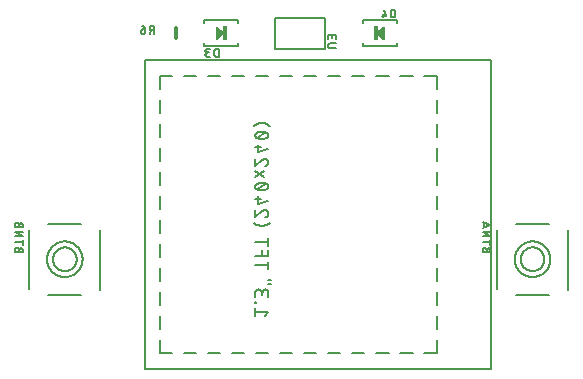
<source format=gbr>
G04 EAGLE Gerber RS-274X export*
G75*
%MOMM*%
%FSLAX34Y34*%
%LPD*%
%INSilkscreen Bottom*%
%IPPOS*%
%AMOC8*
5,1,8,0,0,1.08239X$1,22.5*%
G01*
%ADD10C,0.203200*%
%ADD11C,0.152400*%
%ADD12C,0.127000*%
%ADD13R,0.300000X1.200000*%
%ADD14C,0.304800*%

G36*
X189566Y395756D02*
X189566Y395756D01*
X189594Y395755D01*
X189686Y395782D01*
X189780Y395802D01*
X189804Y395816D01*
X189830Y395824D01*
X189972Y395913D01*
X196052Y400723D01*
X196125Y400803D01*
X196201Y400879D01*
X196208Y400893D01*
X196218Y400905D01*
X196262Y401004D01*
X196309Y401100D01*
X196311Y401116D01*
X196317Y401130D01*
X196327Y401237D01*
X196341Y401344D01*
X196338Y401359D01*
X196339Y401375D01*
X196314Y401480D01*
X196293Y401585D01*
X196286Y401599D01*
X196282Y401614D01*
X196225Y401705D01*
X196172Y401799D01*
X196158Y401812D01*
X196152Y401823D01*
X196129Y401842D01*
X196052Y401917D01*
X189972Y406727D01*
X189948Y406740D01*
X189928Y406760D01*
X189841Y406800D01*
X189757Y406846D01*
X189730Y406851D01*
X189705Y406863D01*
X189610Y406874D01*
X189515Y406891D01*
X189488Y406887D01*
X189461Y406890D01*
X189367Y406870D01*
X189272Y406856D01*
X189247Y406844D01*
X189220Y406838D01*
X189138Y406789D01*
X189052Y406746D01*
X189033Y406726D01*
X189009Y406712D01*
X188947Y406639D01*
X188879Y406571D01*
X188867Y406546D01*
X188849Y406525D01*
X188813Y406436D01*
X188771Y406350D01*
X188768Y406322D01*
X188757Y406297D01*
X188739Y406130D01*
X188739Y396510D01*
X188743Y396483D01*
X188741Y396455D01*
X188763Y396362D01*
X188779Y396267D01*
X188791Y396243D01*
X188798Y396216D01*
X188849Y396134D01*
X188894Y396050D01*
X188914Y396031D01*
X188928Y396007D01*
X189002Y395947D01*
X189072Y395881D01*
X189097Y395869D01*
X189118Y395851D01*
X189208Y395817D01*
X189295Y395777D01*
X189322Y395774D01*
X189348Y395764D01*
X189444Y395760D01*
X189539Y395750D01*
X189566Y395756D01*
G37*
G36*
X331212Y395753D02*
X331212Y395753D01*
X331239Y395750D01*
X331333Y395770D01*
X331428Y395784D01*
X331453Y395796D01*
X331480Y395802D01*
X331562Y395851D01*
X331648Y395894D01*
X331667Y395914D01*
X331691Y395928D01*
X331753Y396001D01*
X331821Y396069D01*
X331833Y396094D01*
X331851Y396115D01*
X331887Y396204D01*
X331929Y396290D01*
X331932Y396318D01*
X331943Y396343D01*
X331961Y396510D01*
X331961Y406130D01*
X331957Y406157D01*
X331959Y406185D01*
X331937Y406278D01*
X331922Y406373D01*
X331909Y406397D01*
X331902Y406424D01*
X331851Y406506D01*
X331806Y406590D01*
X331786Y406609D01*
X331772Y406633D01*
X331698Y406694D01*
X331628Y406760D01*
X331603Y406771D01*
X331582Y406789D01*
X331492Y406823D01*
X331405Y406863D01*
X331378Y406866D01*
X331352Y406876D01*
X331256Y406880D01*
X331161Y406890D01*
X331134Y406884D01*
X331106Y406885D01*
X331014Y406858D01*
X330920Y406838D01*
X330896Y406824D01*
X330870Y406816D01*
X330728Y406727D01*
X324648Y401917D01*
X324575Y401837D01*
X324499Y401761D01*
X324493Y401747D01*
X324482Y401735D01*
X324438Y401636D01*
X324391Y401540D01*
X324389Y401524D01*
X324383Y401510D01*
X324373Y401403D01*
X324359Y401296D01*
X324362Y401281D01*
X324361Y401265D01*
X324386Y401160D01*
X324407Y401055D01*
X324414Y401041D01*
X324418Y401026D01*
X324475Y400935D01*
X324528Y400841D01*
X324542Y400828D01*
X324548Y400817D01*
X324571Y400798D01*
X324648Y400723D01*
X330728Y395913D01*
X330752Y395900D01*
X330772Y395881D01*
X330859Y395840D01*
X330943Y395794D01*
X330970Y395789D01*
X330995Y395777D01*
X331090Y395766D01*
X331185Y395749D01*
X331212Y395753D01*
G37*
D10*
X427000Y235000D02*
X427000Y185000D01*
X487000Y184000D02*
X487000Y235000D01*
X471000Y240000D02*
X443000Y240000D01*
X443000Y180000D02*
X471000Y180000D01*
X441967Y210000D02*
X441972Y210369D01*
X441985Y210738D01*
X442008Y211106D01*
X442039Y211473D01*
X442080Y211840D01*
X442130Y212206D01*
X442188Y212570D01*
X442256Y212933D01*
X442332Y213294D01*
X442418Y213653D01*
X442512Y214009D01*
X442614Y214364D01*
X442726Y214716D01*
X442846Y215064D01*
X442974Y215410D01*
X443111Y215753D01*
X443257Y216092D01*
X443410Y216427D01*
X443572Y216759D01*
X443742Y217087D01*
X443920Y217410D01*
X444106Y217729D01*
X444299Y218043D01*
X444501Y218352D01*
X444709Y218656D01*
X444925Y218955D01*
X445149Y219249D01*
X445379Y219537D01*
X445617Y219819D01*
X445861Y220096D01*
X446112Y220366D01*
X446370Y220630D01*
X446634Y220888D01*
X446904Y221139D01*
X447181Y221383D01*
X447463Y221621D01*
X447751Y221851D01*
X448045Y222075D01*
X448344Y222291D01*
X448648Y222499D01*
X448957Y222701D01*
X449271Y222894D01*
X449590Y223080D01*
X449913Y223258D01*
X450241Y223428D01*
X450573Y223590D01*
X450908Y223743D01*
X451247Y223889D01*
X451590Y224026D01*
X451936Y224154D01*
X452284Y224274D01*
X452636Y224386D01*
X452991Y224488D01*
X453347Y224582D01*
X453706Y224668D01*
X454067Y224744D01*
X454430Y224812D01*
X454794Y224870D01*
X455160Y224920D01*
X455527Y224961D01*
X455894Y224992D01*
X456262Y225015D01*
X456631Y225028D01*
X457000Y225033D01*
X457369Y225028D01*
X457738Y225015D01*
X458106Y224992D01*
X458473Y224961D01*
X458840Y224920D01*
X459206Y224870D01*
X459570Y224812D01*
X459933Y224744D01*
X460294Y224668D01*
X460653Y224582D01*
X461009Y224488D01*
X461364Y224386D01*
X461716Y224274D01*
X462064Y224154D01*
X462410Y224026D01*
X462753Y223889D01*
X463092Y223743D01*
X463427Y223590D01*
X463759Y223428D01*
X464087Y223258D01*
X464410Y223080D01*
X464729Y222894D01*
X465043Y222701D01*
X465352Y222499D01*
X465656Y222291D01*
X465955Y222075D01*
X466249Y221851D01*
X466537Y221621D01*
X466819Y221383D01*
X467096Y221139D01*
X467366Y220888D01*
X467630Y220630D01*
X467888Y220366D01*
X468139Y220096D01*
X468383Y219819D01*
X468621Y219537D01*
X468851Y219249D01*
X469075Y218955D01*
X469291Y218656D01*
X469499Y218352D01*
X469701Y218043D01*
X469894Y217729D01*
X470080Y217410D01*
X470258Y217087D01*
X470428Y216759D01*
X470590Y216427D01*
X470743Y216092D01*
X470889Y215753D01*
X471026Y215410D01*
X471154Y215064D01*
X471274Y214716D01*
X471386Y214364D01*
X471488Y214009D01*
X471582Y213653D01*
X471668Y213294D01*
X471744Y212933D01*
X471812Y212570D01*
X471870Y212206D01*
X471920Y211840D01*
X471961Y211473D01*
X471992Y211106D01*
X472015Y210738D01*
X472028Y210369D01*
X472033Y210000D01*
X472028Y209631D01*
X472015Y209262D01*
X471992Y208894D01*
X471961Y208527D01*
X471920Y208160D01*
X471870Y207794D01*
X471812Y207430D01*
X471744Y207067D01*
X471668Y206706D01*
X471582Y206347D01*
X471488Y205991D01*
X471386Y205636D01*
X471274Y205284D01*
X471154Y204936D01*
X471026Y204590D01*
X470889Y204247D01*
X470743Y203908D01*
X470590Y203573D01*
X470428Y203241D01*
X470258Y202913D01*
X470080Y202590D01*
X469894Y202271D01*
X469701Y201957D01*
X469499Y201648D01*
X469291Y201344D01*
X469075Y201045D01*
X468851Y200751D01*
X468621Y200463D01*
X468383Y200181D01*
X468139Y199904D01*
X467888Y199634D01*
X467630Y199370D01*
X467366Y199112D01*
X467096Y198861D01*
X466819Y198617D01*
X466537Y198379D01*
X466249Y198149D01*
X465955Y197925D01*
X465656Y197709D01*
X465352Y197501D01*
X465043Y197299D01*
X464729Y197106D01*
X464410Y196920D01*
X464087Y196742D01*
X463759Y196572D01*
X463427Y196410D01*
X463092Y196257D01*
X462753Y196111D01*
X462410Y195974D01*
X462064Y195846D01*
X461716Y195726D01*
X461364Y195614D01*
X461009Y195512D01*
X460653Y195418D01*
X460294Y195332D01*
X459933Y195256D01*
X459570Y195188D01*
X459206Y195130D01*
X458840Y195080D01*
X458473Y195039D01*
X458106Y195008D01*
X457738Y194985D01*
X457369Y194972D01*
X457000Y194967D01*
X456631Y194972D01*
X456262Y194985D01*
X455894Y195008D01*
X455527Y195039D01*
X455160Y195080D01*
X454794Y195130D01*
X454430Y195188D01*
X454067Y195256D01*
X453706Y195332D01*
X453347Y195418D01*
X452991Y195512D01*
X452636Y195614D01*
X452284Y195726D01*
X451936Y195846D01*
X451590Y195974D01*
X451247Y196111D01*
X450908Y196257D01*
X450573Y196410D01*
X450241Y196572D01*
X449913Y196742D01*
X449590Y196920D01*
X449271Y197106D01*
X448957Y197299D01*
X448648Y197501D01*
X448344Y197709D01*
X448045Y197925D01*
X447751Y198149D01*
X447463Y198379D01*
X447181Y198617D01*
X446904Y198861D01*
X446634Y199112D01*
X446370Y199370D01*
X446112Y199634D01*
X445861Y199904D01*
X445617Y200181D01*
X445379Y200463D01*
X445149Y200751D01*
X444925Y201045D01*
X444709Y201344D01*
X444501Y201648D01*
X444299Y201957D01*
X444106Y202271D01*
X443920Y202590D01*
X443742Y202913D01*
X443572Y203241D01*
X443410Y203573D01*
X443257Y203908D01*
X443111Y204247D01*
X442974Y204590D01*
X442846Y204936D01*
X442726Y205284D01*
X442614Y205636D01*
X442512Y205991D01*
X442418Y206347D01*
X442332Y206706D01*
X442256Y207067D01*
X442188Y207430D01*
X442130Y207794D01*
X442080Y208160D01*
X442039Y208527D01*
X442008Y208894D01*
X441985Y209262D01*
X441972Y209631D01*
X441967Y210000D01*
X447000Y210000D02*
X447003Y210245D01*
X447012Y210491D01*
X447027Y210736D01*
X447048Y210980D01*
X447075Y211224D01*
X447108Y211467D01*
X447147Y211710D01*
X447192Y211951D01*
X447243Y212191D01*
X447300Y212430D01*
X447362Y212667D01*
X447431Y212903D01*
X447505Y213137D01*
X447585Y213369D01*
X447670Y213599D01*
X447761Y213827D01*
X447858Y214052D01*
X447960Y214276D01*
X448068Y214496D01*
X448181Y214714D01*
X448299Y214929D01*
X448423Y215141D01*
X448551Y215350D01*
X448685Y215556D01*
X448824Y215758D01*
X448968Y215957D01*
X449117Y216152D01*
X449270Y216344D01*
X449428Y216532D01*
X449590Y216716D01*
X449758Y216895D01*
X449929Y217071D01*
X450105Y217242D01*
X450284Y217410D01*
X450468Y217572D01*
X450656Y217730D01*
X450848Y217883D01*
X451043Y218032D01*
X451242Y218176D01*
X451444Y218315D01*
X451650Y218449D01*
X451859Y218577D01*
X452071Y218701D01*
X452286Y218819D01*
X452504Y218932D01*
X452724Y219040D01*
X452948Y219142D01*
X453173Y219239D01*
X453401Y219330D01*
X453631Y219415D01*
X453863Y219495D01*
X454097Y219569D01*
X454333Y219638D01*
X454570Y219700D01*
X454809Y219757D01*
X455049Y219808D01*
X455290Y219853D01*
X455533Y219892D01*
X455776Y219925D01*
X456020Y219952D01*
X456264Y219973D01*
X456509Y219988D01*
X456755Y219997D01*
X457000Y220000D01*
X457245Y219997D01*
X457491Y219988D01*
X457736Y219973D01*
X457980Y219952D01*
X458224Y219925D01*
X458467Y219892D01*
X458710Y219853D01*
X458951Y219808D01*
X459191Y219757D01*
X459430Y219700D01*
X459667Y219638D01*
X459903Y219569D01*
X460137Y219495D01*
X460369Y219415D01*
X460599Y219330D01*
X460827Y219239D01*
X461052Y219142D01*
X461276Y219040D01*
X461496Y218932D01*
X461714Y218819D01*
X461929Y218701D01*
X462141Y218577D01*
X462350Y218449D01*
X462556Y218315D01*
X462758Y218176D01*
X462957Y218032D01*
X463152Y217883D01*
X463344Y217730D01*
X463532Y217572D01*
X463716Y217410D01*
X463895Y217242D01*
X464071Y217071D01*
X464242Y216895D01*
X464410Y216716D01*
X464572Y216532D01*
X464730Y216344D01*
X464883Y216152D01*
X465032Y215957D01*
X465176Y215758D01*
X465315Y215556D01*
X465449Y215350D01*
X465577Y215141D01*
X465701Y214929D01*
X465819Y214714D01*
X465932Y214496D01*
X466040Y214276D01*
X466142Y214052D01*
X466239Y213827D01*
X466330Y213599D01*
X466415Y213369D01*
X466495Y213137D01*
X466569Y212903D01*
X466638Y212667D01*
X466700Y212430D01*
X466757Y212191D01*
X466808Y211951D01*
X466853Y211710D01*
X466892Y211467D01*
X466925Y211224D01*
X466952Y210980D01*
X466973Y210736D01*
X466988Y210491D01*
X466997Y210245D01*
X467000Y210000D01*
X466997Y209755D01*
X466988Y209509D01*
X466973Y209264D01*
X466952Y209020D01*
X466925Y208776D01*
X466892Y208533D01*
X466853Y208290D01*
X466808Y208049D01*
X466757Y207809D01*
X466700Y207570D01*
X466638Y207333D01*
X466569Y207097D01*
X466495Y206863D01*
X466415Y206631D01*
X466330Y206401D01*
X466239Y206173D01*
X466142Y205948D01*
X466040Y205724D01*
X465932Y205504D01*
X465819Y205286D01*
X465701Y205071D01*
X465577Y204859D01*
X465449Y204650D01*
X465315Y204444D01*
X465176Y204242D01*
X465032Y204043D01*
X464883Y203848D01*
X464730Y203656D01*
X464572Y203468D01*
X464410Y203284D01*
X464242Y203105D01*
X464071Y202929D01*
X463895Y202758D01*
X463716Y202590D01*
X463532Y202428D01*
X463344Y202270D01*
X463152Y202117D01*
X462957Y201968D01*
X462758Y201824D01*
X462556Y201685D01*
X462350Y201551D01*
X462141Y201423D01*
X461929Y201299D01*
X461714Y201181D01*
X461496Y201068D01*
X461276Y200960D01*
X461052Y200858D01*
X460827Y200761D01*
X460599Y200670D01*
X460369Y200585D01*
X460137Y200505D01*
X459903Y200431D01*
X459667Y200362D01*
X459430Y200300D01*
X459191Y200243D01*
X458951Y200192D01*
X458710Y200147D01*
X458467Y200108D01*
X458224Y200075D01*
X457980Y200048D01*
X457736Y200027D01*
X457491Y200012D01*
X457245Y200003D01*
X457000Y200000D01*
X456755Y200003D01*
X456509Y200012D01*
X456264Y200027D01*
X456020Y200048D01*
X455776Y200075D01*
X455533Y200108D01*
X455290Y200147D01*
X455049Y200192D01*
X454809Y200243D01*
X454570Y200300D01*
X454333Y200362D01*
X454097Y200431D01*
X453863Y200505D01*
X453631Y200585D01*
X453401Y200670D01*
X453173Y200761D01*
X452948Y200858D01*
X452724Y200960D01*
X452504Y201068D01*
X452286Y201181D01*
X452071Y201299D01*
X451859Y201423D01*
X451650Y201551D01*
X451444Y201685D01*
X451242Y201824D01*
X451043Y201968D01*
X450848Y202117D01*
X450656Y202270D01*
X450468Y202428D01*
X450284Y202590D01*
X450105Y202758D01*
X449929Y202929D01*
X449758Y203105D01*
X449590Y203284D01*
X449428Y203468D01*
X449270Y203656D01*
X449117Y203848D01*
X448968Y204043D01*
X448824Y204242D01*
X448685Y204444D01*
X448551Y204650D01*
X448423Y204859D01*
X448299Y205071D01*
X448181Y205286D01*
X448068Y205504D01*
X447960Y205724D01*
X447858Y205948D01*
X447761Y206173D01*
X447670Y206401D01*
X447585Y206631D01*
X447505Y206863D01*
X447431Y207097D01*
X447362Y207333D01*
X447300Y207570D01*
X447243Y207809D01*
X447192Y208049D01*
X447147Y208290D01*
X447108Y208533D01*
X447075Y208776D01*
X447048Y209020D01*
X447027Y209264D01*
X447012Y209509D01*
X447003Y209755D01*
X447000Y210000D01*
D11*
X418303Y215919D02*
X418303Y217754D01*
X418302Y217754D02*
X418300Y217839D01*
X418294Y217923D01*
X418284Y218007D01*
X418271Y218091D01*
X418253Y218174D01*
X418232Y218256D01*
X418207Y218337D01*
X418178Y218417D01*
X418146Y218495D01*
X418110Y218571D01*
X418070Y218646D01*
X418027Y218719D01*
X417981Y218790D01*
X417932Y218859D01*
X417879Y218926D01*
X417823Y218990D01*
X417765Y219051D01*
X417704Y219109D01*
X417640Y219165D01*
X417573Y219218D01*
X417504Y219267D01*
X417433Y219313D01*
X417360Y219356D01*
X417285Y219396D01*
X417209Y219432D01*
X417131Y219464D01*
X417051Y219493D01*
X416970Y219518D01*
X416888Y219539D01*
X416805Y219557D01*
X416721Y219570D01*
X416637Y219580D01*
X416553Y219586D01*
X416468Y219588D01*
X416383Y219586D01*
X416299Y219580D01*
X416215Y219570D01*
X416131Y219557D01*
X416048Y219539D01*
X415966Y219518D01*
X415885Y219493D01*
X415805Y219464D01*
X415727Y219432D01*
X415651Y219396D01*
X415576Y219356D01*
X415503Y219313D01*
X415432Y219267D01*
X415363Y219218D01*
X415296Y219165D01*
X415232Y219109D01*
X415171Y219051D01*
X415113Y218990D01*
X415057Y218926D01*
X415004Y218859D01*
X414955Y218790D01*
X414909Y218719D01*
X414866Y218646D01*
X414826Y218571D01*
X414790Y218495D01*
X414758Y218417D01*
X414729Y218337D01*
X414704Y218256D01*
X414683Y218174D01*
X414665Y218091D01*
X414652Y218007D01*
X414642Y217923D01*
X414636Y217839D01*
X414634Y217754D01*
X414634Y215919D01*
X421238Y215919D01*
X421238Y217754D01*
X421236Y217830D01*
X421230Y217905D01*
X421221Y217980D01*
X421207Y218054D01*
X421190Y218128D01*
X421168Y218200D01*
X421144Y218272D01*
X421115Y218342D01*
X421083Y218410D01*
X421048Y218477D01*
X421009Y218542D01*
X420966Y218605D01*
X420921Y218665D01*
X420873Y218723D01*
X420821Y218779D01*
X420767Y218831D01*
X420710Y218881D01*
X420651Y218928D01*
X420590Y218972D01*
X420526Y219013D01*
X420460Y219050D01*
X420392Y219084D01*
X420323Y219114D01*
X420252Y219141D01*
X420180Y219164D01*
X420107Y219183D01*
X420033Y219198D01*
X419958Y219210D01*
X419883Y219218D01*
X419808Y219222D01*
X419732Y219222D01*
X419657Y219218D01*
X419582Y219210D01*
X419507Y219198D01*
X419433Y219183D01*
X419360Y219164D01*
X419288Y219141D01*
X419217Y219114D01*
X419148Y219084D01*
X419080Y219050D01*
X419014Y219013D01*
X418950Y218972D01*
X418889Y218928D01*
X418830Y218881D01*
X418773Y218831D01*
X418719Y218779D01*
X418667Y218723D01*
X418619Y218665D01*
X418574Y218605D01*
X418531Y218542D01*
X418492Y218477D01*
X418457Y218410D01*
X418425Y218342D01*
X418396Y218272D01*
X418372Y218200D01*
X418350Y218128D01*
X418333Y218054D01*
X418319Y217980D01*
X418310Y217905D01*
X418304Y217830D01*
X418302Y217754D01*
X421238Y224156D02*
X414634Y224156D01*
X421238Y222322D02*
X421238Y225991D01*
X421238Y229393D02*
X414634Y229393D01*
X414634Y233062D02*
X421238Y229393D01*
X421238Y233062D02*
X414634Y233062D01*
X414634Y236585D02*
X421238Y238787D01*
X414634Y240988D01*
X416285Y240438D02*
X416285Y237136D01*
D10*
X31000Y235000D02*
X31000Y185000D01*
X91000Y184000D02*
X91000Y235000D01*
X75000Y240000D02*
X47000Y240000D01*
X47000Y180000D02*
X75000Y180000D01*
X45967Y210000D02*
X45972Y210369D01*
X45985Y210738D01*
X46008Y211106D01*
X46039Y211473D01*
X46080Y211840D01*
X46130Y212206D01*
X46188Y212570D01*
X46256Y212933D01*
X46332Y213294D01*
X46418Y213653D01*
X46512Y214009D01*
X46614Y214364D01*
X46726Y214716D01*
X46846Y215064D01*
X46974Y215410D01*
X47111Y215753D01*
X47257Y216092D01*
X47410Y216427D01*
X47572Y216759D01*
X47742Y217087D01*
X47920Y217410D01*
X48106Y217729D01*
X48299Y218043D01*
X48501Y218352D01*
X48709Y218656D01*
X48925Y218955D01*
X49149Y219249D01*
X49379Y219537D01*
X49617Y219819D01*
X49861Y220096D01*
X50112Y220366D01*
X50370Y220630D01*
X50634Y220888D01*
X50904Y221139D01*
X51181Y221383D01*
X51463Y221621D01*
X51751Y221851D01*
X52045Y222075D01*
X52344Y222291D01*
X52648Y222499D01*
X52957Y222701D01*
X53271Y222894D01*
X53590Y223080D01*
X53913Y223258D01*
X54241Y223428D01*
X54573Y223590D01*
X54908Y223743D01*
X55247Y223889D01*
X55590Y224026D01*
X55936Y224154D01*
X56284Y224274D01*
X56636Y224386D01*
X56991Y224488D01*
X57347Y224582D01*
X57706Y224668D01*
X58067Y224744D01*
X58430Y224812D01*
X58794Y224870D01*
X59160Y224920D01*
X59527Y224961D01*
X59894Y224992D01*
X60262Y225015D01*
X60631Y225028D01*
X61000Y225033D01*
X61369Y225028D01*
X61738Y225015D01*
X62106Y224992D01*
X62473Y224961D01*
X62840Y224920D01*
X63206Y224870D01*
X63570Y224812D01*
X63933Y224744D01*
X64294Y224668D01*
X64653Y224582D01*
X65009Y224488D01*
X65364Y224386D01*
X65716Y224274D01*
X66064Y224154D01*
X66410Y224026D01*
X66753Y223889D01*
X67092Y223743D01*
X67427Y223590D01*
X67759Y223428D01*
X68087Y223258D01*
X68410Y223080D01*
X68729Y222894D01*
X69043Y222701D01*
X69352Y222499D01*
X69656Y222291D01*
X69955Y222075D01*
X70249Y221851D01*
X70537Y221621D01*
X70819Y221383D01*
X71096Y221139D01*
X71366Y220888D01*
X71630Y220630D01*
X71888Y220366D01*
X72139Y220096D01*
X72383Y219819D01*
X72621Y219537D01*
X72851Y219249D01*
X73075Y218955D01*
X73291Y218656D01*
X73499Y218352D01*
X73701Y218043D01*
X73894Y217729D01*
X74080Y217410D01*
X74258Y217087D01*
X74428Y216759D01*
X74590Y216427D01*
X74743Y216092D01*
X74889Y215753D01*
X75026Y215410D01*
X75154Y215064D01*
X75274Y214716D01*
X75386Y214364D01*
X75488Y214009D01*
X75582Y213653D01*
X75668Y213294D01*
X75744Y212933D01*
X75812Y212570D01*
X75870Y212206D01*
X75920Y211840D01*
X75961Y211473D01*
X75992Y211106D01*
X76015Y210738D01*
X76028Y210369D01*
X76033Y210000D01*
X76028Y209631D01*
X76015Y209262D01*
X75992Y208894D01*
X75961Y208527D01*
X75920Y208160D01*
X75870Y207794D01*
X75812Y207430D01*
X75744Y207067D01*
X75668Y206706D01*
X75582Y206347D01*
X75488Y205991D01*
X75386Y205636D01*
X75274Y205284D01*
X75154Y204936D01*
X75026Y204590D01*
X74889Y204247D01*
X74743Y203908D01*
X74590Y203573D01*
X74428Y203241D01*
X74258Y202913D01*
X74080Y202590D01*
X73894Y202271D01*
X73701Y201957D01*
X73499Y201648D01*
X73291Y201344D01*
X73075Y201045D01*
X72851Y200751D01*
X72621Y200463D01*
X72383Y200181D01*
X72139Y199904D01*
X71888Y199634D01*
X71630Y199370D01*
X71366Y199112D01*
X71096Y198861D01*
X70819Y198617D01*
X70537Y198379D01*
X70249Y198149D01*
X69955Y197925D01*
X69656Y197709D01*
X69352Y197501D01*
X69043Y197299D01*
X68729Y197106D01*
X68410Y196920D01*
X68087Y196742D01*
X67759Y196572D01*
X67427Y196410D01*
X67092Y196257D01*
X66753Y196111D01*
X66410Y195974D01*
X66064Y195846D01*
X65716Y195726D01*
X65364Y195614D01*
X65009Y195512D01*
X64653Y195418D01*
X64294Y195332D01*
X63933Y195256D01*
X63570Y195188D01*
X63206Y195130D01*
X62840Y195080D01*
X62473Y195039D01*
X62106Y195008D01*
X61738Y194985D01*
X61369Y194972D01*
X61000Y194967D01*
X60631Y194972D01*
X60262Y194985D01*
X59894Y195008D01*
X59527Y195039D01*
X59160Y195080D01*
X58794Y195130D01*
X58430Y195188D01*
X58067Y195256D01*
X57706Y195332D01*
X57347Y195418D01*
X56991Y195512D01*
X56636Y195614D01*
X56284Y195726D01*
X55936Y195846D01*
X55590Y195974D01*
X55247Y196111D01*
X54908Y196257D01*
X54573Y196410D01*
X54241Y196572D01*
X53913Y196742D01*
X53590Y196920D01*
X53271Y197106D01*
X52957Y197299D01*
X52648Y197501D01*
X52344Y197709D01*
X52045Y197925D01*
X51751Y198149D01*
X51463Y198379D01*
X51181Y198617D01*
X50904Y198861D01*
X50634Y199112D01*
X50370Y199370D01*
X50112Y199634D01*
X49861Y199904D01*
X49617Y200181D01*
X49379Y200463D01*
X49149Y200751D01*
X48925Y201045D01*
X48709Y201344D01*
X48501Y201648D01*
X48299Y201957D01*
X48106Y202271D01*
X47920Y202590D01*
X47742Y202913D01*
X47572Y203241D01*
X47410Y203573D01*
X47257Y203908D01*
X47111Y204247D01*
X46974Y204590D01*
X46846Y204936D01*
X46726Y205284D01*
X46614Y205636D01*
X46512Y205991D01*
X46418Y206347D01*
X46332Y206706D01*
X46256Y207067D01*
X46188Y207430D01*
X46130Y207794D01*
X46080Y208160D01*
X46039Y208527D01*
X46008Y208894D01*
X45985Y209262D01*
X45972Y209631D01*
X45967Y210000D01*
X51000Y210000D02*
X51003Y210245D01*
X51012Y210491D01*
X51027Y210736D01*
X51048Y210980D01*
X51075Y211224D01*
X51108Y211467D01*
X51147Y211710D01*
X51192Y211951D01*
X51243Y212191D01*
X51300Y212430D01*
X51362Y212667D01*
X51431Y212903D01*
X51505Y213137D01*
X51585Y213369D01*
X51670Y213599D01*
X51761Y213827D01*
X51858Y214052D01*
X51960Y214276D01*
X52068Y214496D01*
X52181Y214714D01*
X52299Y214929D01*
X52423Y215141D01*
X52551Y215350D01*
X52685Y215556D01*
X52824Y215758D01*
X52968Y215957D01*
X53117Y216152D01*
X53270Y216344D01*
X53428Y216532D01*
X53590Y216716D01*
X53758Y216895D01*
X53929Y217071D01*
X54105Y217242D01*
X54284Y217410D01*
X54468Y217572D01*
X54656Y217730D01*
X54848Y217883D01*
X55043Y218032D01*
X55242Y218176D01*
X55444Y218315D01*
X55650Y218449D01*
X55859Y218577D01*
X56071Y218701D01*
X56286Y218819D01*
X56504Y218932D01*
X56724Y219040D01*
X56948Y219142D01*
X57173Y219239D01*
X57401Y219330D01*
X57631Y219415D01*
X57863Y219495D01*
X58097Y219569D01*
X58333Y219638D01*
X58570Y219700D01*
X58809Y219757D01*
X59049Y219808D01*
X59290Y219853D01*
X59533Y219892D01*
X59776Y219925D01*
X60020Y219952D01*
X60264Y219973D01*
X60509Y219988D01*
X60755Y219997D01*
X61000Y220000D01*
X61245Y219997D01*
X61491Y219988D01*
X61736Y219973D01*
X61980Y219952D01*
X62224Y219925D01*
X62467Y219892D01*
X62710Y219853D01*
X62951Y219808D01*
X63191Y219757D01*
X63430Y219700D01*
X63667Y219638D01*
X63903Y219569D01*
X64137Y219495D01*
X64369Y219415D01*
X64599Y219330D01*
X64827Y219239D01*
X65052Y219142D01*
X65276Y219040D01*
X65496Y218932D01*
X65714Y218819D01*
X65929Y218701D01*
X66141Y218577D01*
X66350Y218449D01*
X66556Y218315D01*
X66758Y218176D01*
X66957Y218032D01*
X67152Y217883D01*
X67344Y217730D01*
X67532Y217572D01*
X67716Y217410D01*
X67895Y217242D01*
X68071Y217071D01*
X68242Y216895D01*
X68410Y216716D01*
X68572Y216532D01*
X68730Y216344D01*
X68883Y216152D01*
X69032Y215957D01*
X69176Y215758D01*
X69315Y215556D01*
X69449Y215350D01*
X69577Y215141D01*
X69701Y214929D01*
X69819Y214714D01*
X69932Y214496D01*
X70040Y214276D01*
X70142Y214052D01*
X70239Y213827D01*
X70330Y213599D01*
X70415Y213369D01*
X70495Y213137D01*
X70569Y212903D01*
X70638Y212667D01*
X70700Y212430D01*
X70757Y212191D01*
X70808Y211951D01*
X70853Y211710D01*
X70892Y211467D01*
X70925Y211224D01*
X70952Y210980D01*
X70973Y210736D01*
X70988Y210491D01*
X70997Y210245D01*
X71000Y210000D01*
X70997Y209755D01*
X70988Y209509D01*
X70973Y209264D01*
X70952Y209020D01*
X70925Y208776D01*
X70892Y208533D01*
X70853Y208290D01*
X70808Y208049D01*
X70757Y207809D01*
X70700Y207570D01*
X70638Y207333D01*
X70569Y207097D01*
X70495Y206863D01*
X70415Y206631D01*
X70330Y206401D01*
X70239Y206173D01*
X70142Y205948D01*
X70040Y205724D01*
X69932Y205504D01*
X69819Y205286D01*
X69701Y205071D01*
X69577Y204859D01*
X69449Y204650D01*
X69315Y204444D01*
X69176Y204242D01*
X69032Y204043D01*
X68883Y203848D01*
X68730Y203656D01*
X68572Y203468D01*
X68410Y203284D01*
X68242Y203105D01*
X68071Y202929D01*
X67895Y202758D01*
X67716Y202590D01*
X67532Y202428D01*
X67344Y202270D01*
X67152Y202117D01*
X66957Y201968D01*
X66758Y201824D01*
X66556Y201685D01*
X66350Y201551D01*
X66141Y201423D01*
X65929Y201299D01*
X65714Y201181D01*
X65496Y201068D01*
X65276Y200960D01*
X65052Y200858D01*
X64827Y200761D01*
X64599Y200670D01*
X64369Y200585D01*
X64137Y200505D01*
X63903Y200431D01*
X63667Y200362D01*
X63430Y200300D01*
X63191Y200243D01*
X62951Y200192D01*
X62710Y200147D01*
X62467Y200108D01*
X62224Y200075D01*
X61980Y200048D01*
X61736Y200027D01*
X61491Y200012D01*
X61245Y200003D01*
X61000Y200000D01*
X60755Y200003D01*
X60509Y200012D01*
X60264Y200027D01*
X60020Y200048D01*
X59776Y200075D01*
X59533Y200108D01*
X59290Y200147D01*
X59049Y200192D01*
X58809Y200243D01*
X58570Y200300D01*
X58333Y200362D01*
X58097Y200431D01*
X57863Y200505D01*
X57631Y200585D01*
X57401Y200670D01*
X57173Y200761D01*
X56948Y200858D01*
X56724Y200960D01*
X56504Y201068D01*
X56286Y201181D01*
X56071Y201299D01*
X55859Y201423D01*
X55650Y201551D01*
X55444Y201685D01*
X55242Y201824D01*
X55043Y201968D01*
X54848Y202117D01*
X54656Y202270D01*
X54468Y202428D01*
X54284Y202590D01*
X54105Y202758D01*
X53929Y202929D01*
X53758Y203105D01*
X53590Y203284D01*
X53428Y203468D01*
X53270Y203656D01*
X53117Y203848D01*
X52968Y204043D01*
X52824Y204242D01*
X52685Y204444D01*
X52551Y204650D01*
X52423Y204859D01*
X52299Y205071D01*
X52181Y205286D01*
X52068Y205504D01*
X51960Y205724D01*
X51858Y205948D01*
X51761Y206173D01*
X51670Y206401D01*
X51585Y206631D01*
X51505Y206863D01*
X51431Y207097D01*
X51362Y207333D01*
X51300Y207570D01*
X51243Y207809D01*
X51192Y208049D01*
X51147Y208290D01*
X51108Y208533D01*
X51075Y208776D01*
X51048Y209020D01*
X51027Y209264D01*
X51012Y209509D01*
X51003Y209755D01*
X51000Y210000D01*
D11*
X22303Y215861D02*
X22303Y217696D01*
X22302Y217696D02*
X22300Y217781D01*
X22294Y217865D01*
X22284Y217949D01*
X22271Y218033D01*
X22253Y218116D01*
X22232Y218198D01*
X22207Y218279D01*
X22178Y218359D01*
X22146Y218437D01*
X22110Y218513D01*
X22070Y218588D01*
X22027Y218661D01*
X21981Y218732D01*
X21932Y218801D01*
X21879Y218868D01*
X21823Y218932D01*
X21765Y218993D01*
X21704Y219051D01*
X21640Y219107D01*
X21573Y219160D01*
X21504Y219209D01*
X21433Y219255D01*
X21360Y219298D01*
X21285Y219338D01*
X21209Y219374D01*
X21131Y219406D01*
X21051Y219435D01*
X20970Y219460D01*
X20888Y219481D01*
X20805Y219499D01*
X20721Y219512D01*
X20637Y219522D01*
X20553Y219528D01*
X20468Y219530D01*
X20383Y219528D01*
X20299Y219522D01*
X20215Y219512D01*
X20131Y219499D01*
X20048Y219481D01*
X19966Y219460D01*
X19885Y219435D01*
X19805Y219406D01*
X19727Y219374D01*
X19651Y219338D01*
X19576Y219298D01*
X19503Y219255D01*
X19432Y219209D01*
X19363Y219160D01*
X19296Y219107D01*
X19232Y219051D01*
X19171Y218993D01*
X19113Y218932D01*
X19057Y218868D01*
X19004Y218801D01*
X18955Y218732D01*
X18909Y218661D01*
X18866Y218588D01*
X18826Y218513D01*
X18790Y218437D01*
X18758Y218359D01*
X18729Y218279D01*
X18704Y218198D01*
X18683Y218116D01*
X18665Y218033D01*
X18652Y217949D01*
X18642Y217865D01*
X18636Y217781D01*
X18634Y217696D01*
X18634Y215861D01*
X25238Y215861D01*
X25238Y217696D01*
X25236Y217772D01*
X25230Y217847D01*
X25221Y217922D01*
X25207Y217996D01*
X25190Y218070D01*
X25168Y218142D01*
X25144Y218214D01*
X25115Y218284D01*
X25083Y218352D01*
X25048Y218419D01*
X25009Y218484D01*
X24966Y218547D01*
X24921Y218607D01*
X24873Y218665D01*
X24821Y218721D01*
X24767Y218773D01*
X24710Y218823D01*
X24651Y218870D01*
X24590Y218914D01*
X24526Y218955D01*
X24460Y218992D01*
X24392Y219026D01*
X24323Y219056D01*
X24252Y219083D01*
X24180Y219106D01*
X24107Y219125D01*
X24033Y219140D01*
X23958Y219152D01*
X23883Y219160D01*
X23808Y219164D01*
X23732Y219164D01*
X23657Y219160D01*
X23582Y219152D01*
X23507Y219140D01*
X23433Y219125D01*
X23360Y219106D01*
X23288Y219083D01*
X23217Y219056D01*
X23148Y219026D01*
X23080Y218992D01*
X23014Y218955D01*
X22950Y218914D01*
X22889Y218870D01*
X22830Y218823D01*
X22773Y218773D01*
X22719Y218721D01*
X22667Y218665D01*
X22619Y218607D01*
X22574Y218547D01*
X22531Y218484D01*
X22492Y218419D01*
X22457Y218352D01*
X22425Y218284D01*
X22396Y218214D01*
X22372Y218142D01*
X22350Y218070D01*
X22333Y217996D01*
X22319Y217922D01*
X22310Y217847D01*
X22304Y217772D01*
X22302Y217696D01*
X25238Y224098D02*
X18634Y224098D01*
X25238Y222264D02*
X25238Y225933D01*
X25238Y229335D02*
X18634Y229335D01*
X18634Y233004D02*
X25238Y229335D01*
X25238Y233004D02*
X18634Y233004D01*
X22303Y237319D02*
X22303Y239154D01*
X22302Y239154D02*
X22300Y239239D01*
X22294Y239323D01*
X22284Y239407D01*
X22271Y239491D01*
X22253Y239574D01*
X22232Y239656D01*
X22207Y239737D01*
X22178Y239817D01*
X22146Y239895D01*
X22110Y239971D01*
X22070Y240046D01*
X22027Y240119D01*
X21981Y240190D01*
X21932Y240259D01*
X21879Y240326D01*
X21823Y240390D01*
X21765Y240451D01*
X21704Y240509D01*
X21640Y240565D01*
X21573Y240618D01*
X21504Y240667D01*
X21433Y240713D01*
X21360Y240756D01*
X21285Y240796D01*
X21209Y240832D01*
X21131Y240864D01*
X21051Y240893D01*
X20970Y240918D01*
X20888Y240939D01*
X20805Y240957D01*
X20721Y240970D01*
X20637Y240980D01*
X20553Y240986D01*
X20468Y240988D01*
X20383Y240986D01*
X20299Y240980D01*
X20215Y240970D01*
X20131Y240957D01*
X20048Y240939D01*
X19966Y240918D01*
X19885Y240893D01*
X19805Y240864D01*
X19727Y240832D01*
X19651Y240796D01*
X19576Y240756D01*
X19503Y240713D01*
X19432Y240667D01*
X19363Y240618D01*
X19296Y240565D01*
X19232Y240509D01*
X19171Y240451D01*
X19113Y240390D01*
X19057Y240326D01*
X19004Y240259D01*
X18955Y240190D01*
X18909Y240119D01*
X18866Y240046D01*
X18826Y239971D01*
X18790Y239895D01*
X18758Y239817D01*
X18729Y239737D01*
X18704Y239656D01*
X18683Y239574D01*
X18665Y239491D01*
X18652Y239407D01*
X18642Y239323D01*
X18636Y239239D01*
X18634Y239154D01*
X18634Y237319D01*
X25238Y237319D01*
X25238Y239154D01*
X25236Y239230D01*
X25230Y239305D01*
X25221Y239380D01*
X25207Y239454D01*
X25190Y239528D01*
X25168Y239600D01*
X25144Y239672D01*
X25115Y239742D01*
X25083Y239810D01*
X25048Y239877D01*
X25009Y239942D01*
X24966Y240005D01*
X24921Y240065D01*
X24873Y240123D01*
X24821Y240179D01*
X24767Y240231D01*
X24710Y240281D01*
X24651Y240328D01*
X24590Y240372D01*
X24526Y240413D01*
X24460Y240450D01*
X24392Y240484D01*
X24323Y240514D01*
X24252Y240541D01*
X24180Y240564D01*
X24107Y240583D01*
X24033Y240598D01*
X23958Y240610D01*
X23883Y240618D01*
X23808Y240622D01*
X23732Y240622D01*
X23657Y240618D01*
X23582Y240610D01*
X23507Y240598D01*
X23433Y240583D01*
X23360Y240564D01*
X23288Y240541D01*
X23217Y240514D01*
X23148Y240484D01*
X23080Y240450D01*
X23014Y240413D01*
X22950Y240372D01*
X22889Y240328D01*
X22830Y240281D01*
X22773Y240231D01*
X22719Y240179D01*
X22667Y240123D01*
X22619Y240065D01*
X22574Y240005D01*
X22531Y239942D01*
X22492Y239877D01*
X22457Y239810D01*
X22425Y239742D01*
X22396Y239672D01*
X22372Y239600D01*
X22350Y239528D01*
X22333Y239454D01*
X22319Y239380D01*
X22310Y239305D01*
X22304Y239230D01*
X22302Y239154D01*
D12*
X281000Y388190D02*
X281000Y414190D01*
X239000Y414190D01*
X239000Y388190D01*
X281000Y388190D01*
D11*
X285596Y388952D02*
X290366Y388952D01*
X285596Y388952D02*
X285511Y388954D01*
X285427Y388960D01*
X285343Y388970D01*
X285259Y388983D01*
X285176Y389001D01*
X285094Y389022D01*
X285013Y389047D01*
X284933Y389076D01*
X284855Y389108D01*
X284779Y389144D01*
X284704Y389184D01*
X284631Y389227D01*
X284560Y389273D01*
X284491Y389322D01*
X284424Y389375D01*
X284360Y389431D01*
X284299Y389489D01*
X284241Y389550D01*
X284185Y389614D01*
X284132Y389681D01*
X284083Y389750D01*
X284037Y389821D01*
X283994Y389894D01*
X283954Y389969D01*
X283918Y390045D01*
X283886Y390123D01*
X283857Y390203D01*
X283832Y390284D01*
X283811Y390366D01*
X283793Y390449D01*
X283780Y390533D01*
X283770Y390617D01*
X283764Y390701D01*
X283762Y390786D01*
X283764Y390871D01*
X283770Y390955D01*
X283780Y391039D01*
X283793Y391123D01*
X283811Y391206D01*
X283832Y391288D01*
X283857Y391369D01*
X283886Y391449D01*
X283918Y391527D01*
X283954Y391603D01*
X283994Y391678D01*
X284037Y391751D01*
X284083Y391822D01*
X284132Y391891D01*
X284185Y391958D01*
X284241Y392022D01*
X284299Y392083D01*
X284360Y392141D01*
X284424Y392197D01*
X284491Y392250D01*
X284560Y392299D01*
X284631Y392345D01*
X284704Y392388D01*
X284779Y392428D01*
X284855Y392464D01*
X284933Y392496D01*
X285013Y392525D01*
X285094Y392550D01*
X285176Y392571D01*
X285259Y392589D01*
X285343Y392602D01*
X285427Y392612D01*
X285511Y392618D01*
X285596Y392620D01*
X285596Y392621D02*
X290366Y392621D01*
X283762Y396511D02*
X283762Y398345D01*
X283764Y398430D01*
X283770Y398514D01*
X283780Y398598D01*
X283793Y398682D01*
X283811Y398765D01*
X283832Y398847D01*
X283857Y398928D01*
X283886Y399008D01*
X283918Y399086D01*
X283954Y399162D01*
X283994Y399237D01*
X284037Y399310D01*
X284083Y399381D01*
X284132Y399450D01*
X284185Y399517D01*
X284241Y399581D01*
X284299Y399642D01*
X284360Y399700D01*
X284424Y399756D01*
X284491Y399809D01*
X284560Y399858D01*
X284631Y399904D01*
X284704Y399947D01*
X284779Y399987D01*
X284855Y400023D01*
X284933Y400055D01*
X285013Y400084D01*
X285094Y400109D01*
X285176Y400130D01*
X285259Y400148D01*
X285343Y400161D01*
X285427Y400171D01*
X285511Y400177D01*
X285596Y400179D01*
X285681Y400177D01*
X285765Y400171D01*
X285849Y400161D01*
X285933Y400148D01*
X286016Y400130D01*
X286098Y400109D01*
X286179Y400084D01*
X286259Y400055D01*
X286337Y400023D01*
X286413Y399987D01*
X286488Y399947D01*
X286561Y399904D01*
X286632Y399858D01*
X286701Y399809D01*
X286768Y399756D01*
X286832Y399700D01*
X286893Y399642D01*
X286951Y399581D01*
X287007Y399517D01*
X287060Y399450D01*
X287109Y399381D01*
X287155Y399310D01*
X287198Y399237D01*
X287238Y399162D01*
X287274Y399086D01*
X287306Y399008D01*
X287335Y398928D01*
X287360Y398847D01*
X287381Y398765D01*
X287399Y398682D01*
X287412Y398598D01*
X287422Y398514D01*
X287428Y398430D01*
X287430Y398345D01*
X290366Y398712D02*
X290366Y396511D01*
X290366Y398712D02*
X290364Y398788D01*
X290358Y398863D01*
X290349Y398938D01*
X290335Y399012D01*
X290318Y399086D01*
X290296Y399158D01*
X290272Y399230D01*
X290243Y399300D01*
X290211Y399368D01*
X290176Y399435D01*
X290137Y399500D01*
X290094Y399563D01*
X290049Y399623D01*
X290001Y399681D01*
X289949Y399737D01*
X289895Y399789D01*
X289838Y399839D01*
X289779Y399886D01*
X289718Y399930D01*
X289654Y399971D01*
X289588Y400008D01*
X289520Y400042D01*
X289451Y400072D01*
X289380Y400099D01*
X289308Y400122D01*
X289235Y400141D01*
X289161Y400156D01*
X289086Y400168D01*
X289011Y400176D01*
X288936Y400180D01*
X288860Y400180D01*
X288785Y400176D01*
X288710Y400168D01*
X288635Y400156D01*
X288561Y400141D01*
X288488Y400122D01*
X288416Y400099D01*
X288345Y400072D01*
X288276Y400042D01*
X288208Y400008D01*
X288142Y399971D01*
X288078Y399930D01*
X288017Y399886D01*
X287958Y399839D01*
X287901Y399789D01*
X287847Y399737D01*
X287795Y399681D01*
X287747Y399623D01*
X287702Y399563D01*
X287659Y399500D01*
X287620Y399435D01*
X287585Y399368D01*
X287553Y399300D01*
X287524Y399230D01*
X287500Y399158D01*
X287478Y399086D01*
X287461Y399012D01*
X287447Y398938D01*
X287438Y398863D01*
X287432Y398788D01*
X287430Y398712D01*
X287431Y398712D02*
X287431Y397245D01*
D12*
X129220Y378760D02*
X129220Y116760D01*
X421620Y116760D01*
X421620Y378760D01*
X129220Y378760D01*
X141720Y364760D02*
X141720Y354427D01*
X141720Y344427D02*
X141720Y334093D01*
X141720Y324093D02*
X141720Y313760D01*
X141720Y303760D02*
X141720Y293427D01*
X141720Y283427D02*
X141720Y273093D01*
X141720Y263093D02*
X141720Y252760D01*
X141720Y242760D02*
X141720Y232427D01*
X141720Y222427D02*
X141720Y212093D01*
X141720Y202093D02*
X141720Y191760D01*
X141720Y181760D02*
X141720Y171427D01*
X141720Y161427D02*
X141720Y151093D01*
X141720Y141093D02*
X141720Y130760D01*
X152053Y130760D01*
X162053Y130760D02*
X172387Y130760D01*
X182387Y130760D02*
X192720Y130760D01*
X202720Y130760D02*
X213053Y130760D01*
X223053Y130760D02*
X233387Y130760D01*
X243387Y130760D02*
X253720Y130760D01*
X263720Y130760D02*
X274053Y130760D01*
X284053Y130760D02*
X294387Y130760D01*
X304387Y130760D02*
X314720Y130760D01*
X324720Y130760D02*
X335053Y130760D01*
X345053Y130760D02*
X355387Y130760D01*
X365387Y130760D02*
X375720Y130760D01*
X375720Y141093D01*
X375720Y151093D02*
X375720Y161427D01*
X375720Y171427D02*
X375720Y181760D01*
X375720Y191760D02*
X375720Y202093D01*
X375720Y212093D02*
X375720Y222427D01*
X375720Y232427D02*
X375720Y242760D01*
X375720Y252760D02*
X375720Y263093D01*
X375720Y273093D02*
X375720Y283427D01*
X375720Y293427D02*
X375720Y303760D01*
X375720Y313760D02*
X375720Y324093D01*
X375720Y334093D02*
X375720Y344427D01*
X375720Y354427D02*
X375720Y364760D01*
X365387Y364760D01*
X355387Y364760D02*
X345053Y364760D01*
X335053Y364760D02*
X324720Y364760D01*
X314720Y364760D02*
X304387Y364760D01*
X294387Y364760D02*
X284053Y364760D01*
X274053Y364760D02*
X263720Y364760D01*
X253720Y364760D02*
X243387Y364760D01*
X233387Y364760D02*
X223053Y364760D01*
X213053Y364760D02*
X202720Y364760D01*
X192720Y364760D02*
X182387Y364760D01*
X172387Y364760D02*
X162053Y364760D01*
X152053Y364760D02*
X141720Y364760D01*
D11*
X233308Y165171D02*
X230824Y162067D01*
X233308Y165171D02*
X222132Y165171D01*
X222132Y162067D02*
X222132Y168276D01*
X222132Y172862D02*
X222753Y172862D01*
X222753Y173483D01*
X222132Y173483D01*
X222132Y172862D01*
X222132Y178069D02*
X222132Y181173D01*
X222134Y181284D01*
X222140Y181394D01*
X222150Y181505D01*
X222164Y181615D01*
X222181Y181724D01*
X222203Y181833D01*
X222228Y181941D01*
X222258Y182047D01*
X222291Y182153D01*
X222328Y182258D01*
X222368Y182361D01*
X222413Y182462D01*
X222460Y182562D01*
X222512Y182661D01*
X222567Y182757D01*
X222625Y182851D01*
X222686Y182943D01*
X222751Y183033D01*
X222819Y183121D01*
X222890Y183206D01*
X222964Y183288D01*
X223041Y183368D01*
X223121Y183445D01*
X223203Y183519D01*
X223288Y183590D01*
X223376Y183658D01*
X223466Y183723D01*
X223558Y183784D01*
X223652Y183842D01*
X223748Y183897D01*
X223847Y183949D01*
X223947Y183996D01*
X224048Y184041D01*
X224151Y184081D01*
X224256Y184118D01*
X224362Y184151D01*
X224468Y184181D01*
X224576Y184206D01*
X224685Y184228D01*
X224794Y184245D01*
X224904Y184259D01*
X225015Y184269D01*
X225125Y184275D01*
X225236Y184277D01*
X225347Y184275D01*
X225457Y184269D01*
X225568Y184259D01*
X225678Y184245D01*
X225787Y184228D01*
X225896Y184206D01*
X226004Y184181D01*
X226110Y184151D01*
X226216Y184118D01*
X226321Y184081D01*
X226424Y184041D01*
X226525Y183996D01*
X226625Y183949D01*
X226724Y183897D01*
X226820Y183842D01*
X226914Y183784D01*
X227006Y183723D01*
X227096Y183658D01*
X227184Y183590D01*
X227269Y183519D01*
X227351Y183445D01*
X227431Y183368D01*
X227508Y183288D01*
X227582Y183206D01*
X227653Y183121D01*
X227721Y183033D01*
X227786Y182943D01*
X227847Y182851D01*
X227905Y182757D01*
X227960Y182661D01*
X228012Y182562D01*
X228059Y182462D01*
X228104Y182361D01*
X228144Y182258D01*
X228181Y182153D01*
X228214Y182047D01*
X228244Y181941D01*
X228269Y181833D01*
X228291Y181724D01*
X228308Y181615D01*
X228322Y181505D01*
X228332Y181394D01*
X228338Y181284D01*
X228340Y181173D01*
X233308Y181794D02*
X233308Y178069D01*
X233308Y181794D02*
X233306Y181893D01*
X233300Y181991D01*
X233290Y182090D01*
X233277Y182187D01*
X233259Y182285D01*
X233238Y182381D01*
X233212Y182477D01*
X233183Y182571D01*
X233151Y182664D01*
X233114Y182756D01*
X233074Y182846D01*
X233030Y182935D01*
X232983Y183022D01*
X232933Y183107D01*
X232879Y183189D01*
X232822Y183270D01*
X232762Y183348D01*
X232698Y183424D01*
X232632Y183497D01*
X232563Y183568D01*
X232491Y183636D01*
X232416Y183700D01*
X232339Y183762D01*
X232260Y183821D01*
X232178Y183876D01*
X232094Y183929D01*
X232009Y183977D01*
X231921Y184023D01*
X231831Y184065D01*
X231740Y184103D01*
X231648Y184137D01*
X231554Y184168D01*
X231459Y184195D01*
X231363Y184219D01*
X231266Y184238D01*
X231169Y184254D01*
X231071Y184266D01*
X230972Y184274D01*
X230873Y184278D01*
X230775Y184278D01*
X230676Y184274D01*
X230577Y184266D01*
X230479Y184254D01*
X230382Y184238D01*
X230285Y184219D01*
X230189Y184195D01*
X230094Y184168D01*
X230000Y184137D01*
X229908Y184103D01*
X229817Y184065D01*
X229727Y184023D01*
X229639Y183977D01*
X229554Y183929D01*
X229470Y183876D01*
X229388Y183821D01*
X229309Y183762D01*
X229232Y183700D01*
X229157Y183636D01*
X229085Y183568D01*
X229016Y183497D01*
X228950Y183424D01*
X228886Y183348D01*
X228826Y183270D01*
X228769Y183189D01*
X228715Y183107D01*
X228665Y183022D01*
X228618Y182935D01*
X228574Y182846D01*
X228534Y182756D01*
X228497Y182664D01*
X228465Y182571D01*
X228436Y182477D01*
X228410Y182381D01*
X228389Y182285D01*
X228371Y182187D01*
X228358Y182090D01*
X228348Y181991D01*
X228342Y181893D01*
X228340Y181794D01*
X228341Y181794D02*
X228341Y179311D01*
X233308Y188765D02*
X235792Y188765D01*
X235792Y191870D02*
X233308Y191870D01*
X233308Y204795D02*
X222132Y204795D01*
X233308Y201691D02*
X233308Y207900D01*
X233308Y212768D02*
X222132Y212768D01*
X233308Y212768D02*
X233308Y217735D01*
X228341Y217735D02*
X228341Y212768D01*
X233308Y224607D02*
X222132Y224607D01*
X233308Y221503D02*
X233308Y227712D01*
X227720Y238261D02*
X227976Y238264D01*
X228231Y238273D01*
X228487Y238289D01*
X228741Y238310D01*
X228996Y238338D01*
X229249Y238372D01*
X229502Y238411D01*
X229753Y238457D01*
X230004Y238509D01*
X230253Y238567D01*
X230501Y238631D01*
X230747Y238701D01*
X230991Y238777D01*
X231233Y238858D01*
X231474Y238946D01*
X231712Y239039D01*
X231948Y239138D01*
X232181Y239242D01*
X232412Y239352D01*
X232640Y239468D01*
X232865Y239589D01*
X233088Y239715D01*
X233307Y239847D01*
X233523Y239984D01*
X233735Y240126D01*
X233945Y240273D01*
X234150Y240426D01*
X234352Y240583D01*
X234550Y240745D01*
X227720Y238261D02*
X227464Y238264D01*
X227209Y238273D01*
X226953Y238289D01*
X226699Y238310D01*
X226444Y238338D01*
X226191Y238372D01*
X225938Y238411D01*
X225687Y238457D01*
X225436Y238509D01*
X225187Y238567D01*
X224939Y238631D01*
X224693Y238701D01*
X224449Y238777D01*
X224207Y238858D01*
X223966Y238946D01*
X223728Y239039D01*
X223492Y239138D01*
X223259Y239242D01*
X223028Y239352D01*
X222800Y239468D01*
X222575Y239589D01*
X222352Y239715D01*
X222133Y239847D01*
X221917Y239984D01*
X221705Y240126D01*
X221495Y240273D01*
X221290Y240426D01*
X221088Y240583D01*
X220890Y240745D01*
X230514Y251715D02*
X230618Y251713D01*
X230723Y251707D01*
X230827Y251697D01*
X230930Y251684D01*
X231033Y251666D01*
X231136Y251645D01*
X231237Y251620D01*
X231338Y251591D01*
X231437Y251558D01*
X231535Y251522D01*
X231631Y251482D01*
X231726Y251438D01*
X231820Y251391D01*
X231911Y251341D01*
X232000Y251287D01*
X232088Y251230D01*
X232173Y251169D01*
X232256Y251105D01*
X232336Y251039D01*
X232414Y250969D01*
X232490Y250897D01*
X232562Y250821D01*
X232632Y250743D01*
X232698Y250663D01*
X232762Y250580D01*
X232823Y250495D01*
X232880Y250407D01*
X232934Y250318D01*
X232984Y250227D01*
X233031Y250133D01*
X233075Y250038D01*
X233115Y249942D01*
X233151Y249844D01*
X233184Y249745D01*
X233213Y249644D01*
X233238Y249543D01*
X233259Y249440D01*
X233277Y249337D01*
X233290Y249234D01*
X233300Y249130D01*
X233306Y249025D01*
X233308Y248921D01*
X233309Y248921D02*
X233307Y248802D01*
X233301Y248684D01*
X233291Y248565D01*
X233278Y248447D01*
X233260Y248330D01*
X233238Y248213D01*
X233213Y248097D01*
X233184Y247982D01*
X233151Y247867D01*
X233114Y247754D01*
X233074Y247643D01*
X233030Y247532D01*
X232982Y247424D01*
X232931Y247317D01*
X232876Y247211D01*
X232817Y247108D01*
X232756Y247006D01*
X232691Y246907D01*
X232622Y246809D01*
X232551Y246715D01*
X232476Y246622D01*
X232399Y246532D01*
X232318Y246445D01*
X232235Y246360D01*
X232149Y246278D01*
X232060Y246199D01*
X231969Y246123D01*
X231875Y246050D01*
X231779Y245981D01*
X231680Y245914D01*
X231580Y245851D01*
X231477Y245791D01*
X231373Y245734D01*
X231266Y245682D01*
X231158Y245632D01*
X231049Y245586D01*
X230937Y245544D01*
X230825Y245506D01*
X228341Y250784D02*
X228415Y250859D01*
X228492Y250931D01*
X228571Y251001D01*
X228653Y251068D01*
X228737Y251132D01*
X228823Y251193D01*
X228911Y251251D01*
X229002Y251306D01*
X229094Y251358D01*
X229188Y251406D01*
X229283Y251451D01*
X229381Y251493D01*
X229479Y251531D01*
X229579Y251566D01*
X229680Y251597D01*
X229782Y251624D01*
X229885Y251648D01*
X229988Y251669D01*
X230093Y251685D01*
X230198Y251698D01*
X230303Y251708D01*
X230408Y251713D01*
X230514Y251715D01*
X228341Y250783D02*
X222132Y245506D01*
X222132Y251715D01*
X224616Y256936D02*
X233308Y259419D01*
X224616Y256936D02*
X224616Y263145D01*
X227099Y261282D02*
X222132Y261282D01*
X227720Y268366D02*
X227940Y268369D01*
X228160Y268376D01*
X228379Y268390D01*
X228598Y268408D01*
X228817Y268432D01*
X229035Y268460D01*
X229252Y268494D01*
X229468Y268533D01*
X229684Y268578D01*
X229898Y268627D01*
X230111Y268682D01*
X230323Y268741D01*
X230533Y268806D01*
X230741Y268876D01*
X230948Y268950D01*
X231153Y269030D01*
X231356Y269114D01*
X231557Y269203D01*
X231756Y269297D01*
X231845Y269330D01*
X231933Y269366D01*
X232019Y269406D01*
X232104Y269449D01*
X232186Y269496D01*
X232267Y269547D01*
X232345Y269600D01*
X232421Y269657D01*
X232495Y269717D01*
X232566Y269780D01*
X232635Y269845D01*
X232701Y269914D01*
X232763Y269985D01*
X232823Y270059D01*
X232880Y270135D01*
X232934Y270213D01*
X232984Y270294D01*
X233031Y270376D01*
X233074Y270461D01*
X233114Y270547D01*
X233151Y270635D01*
X233183Y270724D01*
X233212Y270814D01*
X233238Y270906D01*
X233259Y270998D01*
X233277Y271092D01*
X233290Y271186D01*
X233300Y271280D01*
X233306Y271375D01*
X233308Y271470D01*
X233306Y271565D01*
X233300Y271660D01*
X233290Y271754D01*
X233277Y271848D01*
X233259Y271942D01*
X233238Y272034D01*
X233212Y272126D01*
X233183Y272216D01*
X233151Y272305D01*
X233114Y272393D01*
X233074Y272479D01*
X233031Y272564D01*
X232984Y272646D01*
X232934Y272727D01*
X232880Y272805D01*
X232823Y272881D01*
X232763Y272955D01*
X232701Y273026D01*
X232635Y273095D01*
X232566Y273160D01*
X232495Y273223D01*
X232421Y273283D01*
X232345Y273340D01*
X232267Y273393D01*
X232186Y273444D01*
X232103Y273491D01*
X232019Y273534D01*
X231933Y273574D01*
X231845Y273610D01*
X231756Y273643D01*
X231756Y273644D02*
X231557Y273738D01*
X231356Y273827D01*
X231153Y273911D01*
X230948Y273991D01*
X230741Y274065D01*
X230533Y274135D01*
X230323Y274200D01*
X230111Y274259D01*
X229898Y274314D01*
X229684Y274363D01*
X229468Y274408D01*
X229252Y274447D01*
X229035Y274481D01*
X228817Y274509D01*
X228598Y274533D01*
X228379Y274551D01*
X228160Y274565D01*
X227940Y274572D01*
X227720Y274575D01*
X227720Y268366D02*
X227500Y268369D01*
X227280Y268376D01*
X227061Y268390D01*
X226842Y268408D01*
X226623Y268432D01*
X226405Y268460D01*
X226188Y268494D01*
X225972Y268533D01*
X225756Y268578D01*
X225542Y268627D01*
X225329Y268682D01*
X225118Y268741D01*
X224907Y268806D01*
X224699Y268876D01*
X224492Y268950D01*
X224287Y269030D01*
X224084Y269114D01*
X223883Y269203D01*
X223684Y269297D01*
X223595Y269330D01*
X223507Y269366D01*
X223421Y269406D01*
X223336Y269449D01*
X223254Y269496D01*
X223173Y269547D01*
X223095Y269600D01*
X223019Y269657D01*
X222945Y269717D01*
X222874Y269780D01*
X222805Y269845D01*
X222739Y269914D01*
X222677Y269985D01*
X222617Y270059D01*
X222560Y270135D01*
X222506Y270213D01*
X222456Y270294D01*
X222409Y270376D01*
X222366Y270461D01*
X222326Y270547D01*
X222289Y270635D01*
X222257Y270724D01*
X222228Y270814D01*
X222202Y270906D01*
X222181Y270998D01*
X222163Y271092D01*
X222150Y271186D01*
X222140Y271280D01*
X222134Y271375D01*
X222132Y271470D01*
X223684Y273644D02*
X223883Y273738D01*
X224084Y273827D01*
X224287Y273911D01*
X224492Y273991D01*
X224699Y274065D01*
X224907Y274135D01*
X225117Y274200D01*
X225329Y274259D01*
X225542Y274314D01*
X225756Y274363D01*
X225972Y274408D01*
X226188Y274447D01*
X226405Y274481D01*
X226623Y274509D01*
X226842Y274533D01*
X227061Y274551D01*
X227280Y274565D01*
X227500Y274572D01*
X227720Y274575D01*
X223684Y273643D02*
X223595Y273610D01*
X223507Y273574D01*
X223421Y273534D01*
X223336Y273491D01*
X223254Y273444D01*
X223173Y273393D01*
X223095Y273340D01*
X223019Y273283D01*
X222945Y273223D01*
X222874Y273160D01*
X222805Y273095D01*
X222739Y273026D01*
X222677Y272955D01*
X222617Y272881D01*
X222560Y272805D01*
X222506Y272727D01*
X222456Y272646D01*
X222409Y272564D01*
X222366Y272479D01*
X222326Y272393D01*
X222289Y272305D01*
X222257Y272216D01*
X222228Y272126D01*
X222202Y272034D01*
X222181Y271942D01*
X222163Y271848D01*
X222150Y271754D01*
X222140Y271660D01*
X222134Y271565D01*
X222132Y271470D01*
X224616Y268987D02*
X230824Y273954D01*
X222132Y279274D02*
X229583Y284241D01*
X229583Y279274D02*
X222132Y284241D01*
X230514Y295149D02*
X230618Y295147D01*
X230723Y295141D01*
X230827Y295131D01*
X230930Y295118D01*
X231033Y295100D01*
X231136Y295079D01*
X231237Y295054D01*
X231338Y295025D01*
X231437Y294992D01*
X231535Y294956D01*
X231631Y294916D01*
X231726Y294872D01*
X231820Y294825D01*
X231911Y294775D01*
X232000Y294721D01*
X232088Y294664D01*
X232173Y294603D01*
X232256Y294539D01*
X232336Y294473D01*
X232414Y294403D01*
X232490Y294331D01*
X232562Y294255D01*
X232632Y294177D01*
X232698Y294097D01*
X232762Y294014D01*
X232823Y293929D01*
X232880Y293841D01*
X232934Y293752D01*
X232984Y293661D01*
X233031Y293567D01*
X233075Y293472D01*
X233115Y293376D01*
X233151Y293278D01*
X233184Y293179D01*
X233213Y293078D01*
X233238Y292977D01*
X233259Y292874D01*
X233277Y292771D01*
X233290Y292668D01*
X233300Y292564D01*
X233306Y292459D01*
X233308Y292355D01*
X233309Y292355D02*
X233307Y292236D01*
X233301Y292118D01*
X233291Y291999D01*
X233278Y291881D01*
X233260Y291764D01*
X233238Y291647D01*
X233213Y291531D01*
X233184Y291416D01*
X233151Y291301D01*
X233114Y291188D01*
X233074Y291077D01*
X233030Y290966D01*
X232982Y290858D01*
X232931Y290751D01*
X232876Y290645D01*
X232817Y290542D01*
X232756Y290440D01*
X232691Y290341D01*
X232622Y290243D01*
X232551Y290149D01*
X232476Y290056D01*
X232399Y289966D01*
X232318Y289879D01*
X232235Y289794D01*
X232149Y289712D01*
X232060Y289633D01*
X231969Y289557D01*
X231875Y289484D01*
X231779Y289415D01*
X231680Y289348D01*
X231580Y289285D01*
X231477Y289225D01*
X231373Y289168D01*
X231266Y289116D01*
X231158Y289066D01*
X231049Y289020D01*
X230937Y288978D01*
X230825Y288940D01*
X228341Y294218D02*
X228415Y294293D01*
X228492Y294365D01*
X228571Y294435D01*
X228653Y294502D01*
X228737Y294566D01*
X228823Y294627D01*
X228911Y294685D01*
X229002Y294740D01*
X229094Y294792D01*
X229188Y294840D01*
X229283Y294885D01*
X229381Y294927D01*
X229479Y294965D01*
X229579Y295000D01*
X229680Y295031D01*
X229782Y295058D01*
X229885Y295082D01*
X229988Y295103D01*
X230093Y295119D01*
X230198Y295132D01*
X230303Y295142D01*
X230408Y295147D01*
X230514Y295149D01*
X228341Y294217D02*
X222132Y288940D01*
X222132Y295149D01*
X224616Y300370D02*
X233308Y302853D01*
X224616Y300370D02*
X224616Y306579D01*
X227099Y304716D02*
X222132Y304716D01*
X227720Y311800D02*
X227940Y311803D01*
X228160Y311810D01*
X228379Y311824D01*
X228598Y311842D01*
X228817Y311866D01*
X229035Y311894D01*
X229252Y311928D01*
X229468Y311967D01*
X229684Y312012D01*
X229898Y312061D01*
X230111Y312116D01*
X230323Y312175D01*
X230533Y312240D01*
X230741Y312310D01*
X230948Y312384D01*
X231153Y312464D01*
X231356Y312548D01*
X231557Y312637D01*
X231756Y312731D01*
X231845Y312764D01*
X231933Y312800D01*
X232019Y312840D01*
X232104Y312883D01*
X232186Y312930D01*
X232267Y312981D01*
X232345Y313034D01*
X232421Y313091D01*
X232495Y313151D01*
X232566Y313214D01*
X232635Y313279D01*
X232701Y313348D01*
X232763Y313419D01*
X232823Y313493D01*
X232880Y313569D01*
X232934Y313647D01*
X232984Y313728D01*
X233031Y313810D01*
X233074Y313895D01*
X233114Y313981D01*
X233151Y314069D01*
X233183Y314158D01*
X233212Y314248D01*
X233238Y314340D01*
X233259Y314432D01*
X233277Y314526D01*
X233290Y314620D01*
X233300Y314714D01*
X233306Y314809D01*
X233308Y314904D01*
X233306Y314999D01*
X233300Y315094D01*
X233290Y315188D01*
X233277Y315282D01*
X233259Y315376D01*
X233238Y315468D01*
X233212Y315560D01*
X233183Y315650D01*
X233151Y315739D01*
X233114Y315827D01*
X233074Y315913D01*
X233031Y315998D01*
X232984Y316080D01*
X232934Y316161D01*
X232880Y316239D01*
X232823Y316315D01*
X232763Y316389D01*
X232701Y316460D01*
X232635Y316529D01*
X232566Y316594D01*
X232495Y316657D01*
X232421Y316717D01*
X232345Y316774D01*
X232267Y316827D01*
X232186Y316878D01*
X232103Y316925D01*
X232019Y316968D01*
X231933Y317008D01*
X231845Y317044D01*
X231756Y317077D01*
X231756Y317078D02*
X231557Y317172D01*
X231356Y317261D01*
X231153Y317345D01*
X230948Y317425D01*
X230741Y317499D01*
X230533Y317569D01*
X230323Y317634D01*
X230111Y317693D01*
X229898Y317748D01*
X229684Y317797D01*
X229468Y317842D01*
X229252Y317881D01*
X229035Y317915D01*
X228817Y317943D01*
X228598Y317967D01*
X228379Y317985D01*
X228160Y317999D01*
X227940Y318006D01*
X227720Y318009D01*
X227720Y311800D02*
X227500Y311803D01*
X227280Y311810D01*
X227061Y311824D01*
X226842Y311842D01*
X226623Y311866D01*
X226405Y311894D01*
X226188Y311928D01*
X225972Y311967D01*
X225756Y312012D01*
X225542Y312061D01*
X225329Y312116D01*
X225118Y312175D01*
X224907Y312240D01*
X224699Y312310D01*
X224492Y312384D01*
X224287Y312464D01*
X224084Y312548D01*
X223883Y312637D01*
X223684Y312731D01*
X223595Y312764D01*
X223507Y312800D01*
X223421Y312840D01*
X223336Y312883D01*
X223254Y312930D01*
X223173Y312981D01*
X223095Y313034D01*
X223019Y313091D01*
X222945Y313151D01*
X222874Y313214D01*
X222805Y313279D01*
X222739Y313348D01*
X222677Y313419D01*
X222617Y313493D01*
X222560Y313569D01*
X222506Y313647D01*
X222456Y313728D01*
X222409Y313810D01*
X222366Y313895D01*
X222326Y313981D01*
X222289Y314069D01*
X222257Y314158D01*
X222228Y314248D01*
X222202Y314340D01*
X222181Y314432D01*
X222163Y314526D01*
X222150Y314620D01*
X222140Y314714D01*
X222134Y314809D01*
X222132Y314904D01*
X223684Y317078D02*
X223883Y317172D01*
X224084Y317261D01*
X224287Y317345D01*
X224492Y317425D01*
X224699Y317499D01*
X224907Y317569D01*
X225117Y317634D01*
X225329Y317693D01*
X225542Y317748D01*
X225756Y317797D01*
X225972Y317842D01*
X226188Y317881D01*
X226405Y317915D01*
X226623Y317943D01*
X226842Y317967D01*
X227061Y317985D01*
X227280Y317999D01*
X227500Y318006D01*
X227720Y318009D01*
X223684Y317077D02*
X223595Y317044D01*
X223507Y317008D01*
X223421Y316968D01*
X223336Y316925D01*
X223254Y316878D01*
X223173Y316827D01*
X223095Y316774D01*
X223019Y316717D01*
X222945Y316657D01*
X222874Y316594D01*
X222805Y316529D01*
X222739Y316460D01*
X222677Y316389D01*
X222617Y316315D01*
X222560Y316239D01*
X222506Y316161D01*
X222456Y316080D01*
X222409Y315998D01*
X222366Y315913D01*
X222326Y315827D01*
X222289Y315739D01*
X222257Y315650D01*
X222228Y315560D01*
X222202Y315468D01*
X222181Y315376D01*
X222163Y315282D01*
X222150Y315188D01*
X222140Y315094D01*
X222134Y314999D01*
X222132Y314904D01*
X224616Y312421D02*
X230824Y317388D01*
X227720Y325253D02*
X227464Y325250D01*
X227209Y325241D01*
X226953Y325225D01*
X226699Y325204D01*
X226444Y325176D01*
X226191Y325142D01*
X225938Y325103D01*
X225687Y325057D01*
X225436Y325005D01*
X225187Y324947D01*
X224939Y324883D01*
X224693Y324813D01*
X224449Y324737D01*
X224207Y324656D01*
X223966Y324568D01*
X223728Y324475D01*
X223492Y324376D01*
X223259Y324272D01*
X223028Y324162D01*
X222800Y324046D01*
X222575Y323925D01*
X222352Y323799D01*
X222133Y323667D01*
X221917Y323530D01*
X221705Y323388D01*
X221495Y323241D01*
X221290Y323088D01*
X221088Y322931D01*
X220890Y322769D01*
X227720Y325253D02*
X227976Y325250D01*
X228231Y325241D01*
X228487Y325225D01*
X228741Y325204D01*
X228996Y325176D01*
X229249Y325142D01*
X229502Y325103D01*
X229753Y325057D01*
X230004Y325005D01*
X230253Y324947D01*
X230501Y324883D01*
X230747Y324813D01*
X230991Y324737D01*
X231233Y324656D01*
X231474Y324568D01*
X231712Y324475D01*
X231948Y324376D01*
X232181Y324272D01*
X232412Y324162D01*
X232640Y324046D01*
X232865Y323925D01*
X233088Y323799D01*
X233307Y323667D01*
X233523Y323530D01*
X233735Y323388D01*
X233945Y323241D01*
X234150Y323088D01*
X234352Y322931D01*
X234550Y322769D01*
D12*
X178540Y390320D02*
X178540Y392820D01*
X178540Y390320D02*
X207540Y390320D01*
X207540Y392320D01*
X207540Y392820D01*
X178540Y409820D02*
X178540Y412320D01*
X207540Y412320D01*
X207540Y409820D01*
D13*
X196540Y401320D03*
D11*
X191280Y388058D02*
X191280Y381454D01*
X191280Y388058D02*
X189445Y388058D01*
X189360Y388056D01*
X189276Y388050D01*
X189192Y388040D01*
X189108Y388027D01*
X189025Y388009D01*
X188943Y387988D01*
X188862Y387963D01*
X188782Y387934D01*
X188704Y387902D01*
X188628Y387866D01*
X188553Y387826D01*
X188480Y387783D01*
X188409Y387737D01*
X188340Y387688D01*
X188273Y387635D01*
X188209Y387579D01*
X188148Y387521D01*
X188090Y387460D01*
X188034Y387396D01*
X187981Y387329D01*
X187932Y387260D01*
X187886Y387189D01*
X187843Y387116D01*
X187803Y387041D01*
X187767Y386965D01*
X187735Y386887D01*
X187706Y386807D01*
X187681Y386726D01*
X187660Y386644D01*
X187642Y386561D01*
X187629Y386477D01*
X187619Y386393D01*
X187613Y386309D01*
X187611Y386224D01*
X187611Y383288D01*
X187613Y383203D01*
X187619Y383119D01*
X187629Y383035D01*
X187642Y382951D01*
X187660Y382868D01*
X187681Y382786D01*
X187706Y382705D01*
X187735Y382625D01*
X187767Y382547D01*
X187803Y382471D01*
X187843Y382396D01*
X187886Y382323D01*
X187932Y382252D01*
X187981Y382183D01*
X188034Y382116D01*
X188090Y382052D01*
X188148Y381991D01*
X188209Y381933D01*
X188273Y381877D01*
X188340Y381824D01*
X188409Y381775D01*
X188480Y381729D01*
X188553Y381686D01*
X188628Y381646D01*
X188704Y381610D01*
X188782Y381578D01*
X188862Y381549D01*
X188943Y381524D01*
X189025Y381503D01*
X189108Y381485D01*
X189192Y381472D01*
X189276Y381462D01*
X189360Y381456D01*
X189445Y381454D01*
X191280Y381454D01*
X183721Y381454D02*
X181886Y381454D01*
X181801Y381456D01*
X181717Y381462D01*
X181633Y381472D01*
X181549Y381485D01*
X181466Y381503D01*
X181384Y381524D01*
X181303Y381549D01*
X181223Y381578D01*
X181145Y381610D01*
X181069Y381646D01*
X180994Y381686D01*
X180921Y381729D01*
X180850Y381775D01*
X180781Y381824D01*
X180714Y381877D01*
X180650Y381933D01*
X180589Y381991D01*
X180531Y382052D01*
X180475Y382116D01*
X180422Y382183D01*
X180373Y382252D01*
X180327Y382323D01*
X180284Y382396D01*
X180244Y382471D01*
X180208Y382547D01*
X180176Y382625D01*
X180147Y382705D01*
X180122Y382786D01*
X180101Y382868D01*
X180083Y382951D01*
X180070Y383035D01*
X180060Y383119D01*
X180054Y383203D01*
X180052Y383288D01*
X180054Y383373D01*
X180060Y383457D01*
X180070Y383541D01*
X180083Y383625D01*
X180101Y383708D01*
X180122Y383790D01*
X180147Y383871D01*
X180176Y383951D01*
X180208Y384029D01*
X180244Y384105D01*
X180284Y384180D01*
X180327Y384253D01*
X180373Y384324D01*
X180422Y384393D01*
X180475Y384460D01*
X180531Y384524D01*
X180589Y384585D01*
X180650Y384643D01*
X180714Y384699D01*
X180781Y384752D01*
X180850Y384801D01*
X180921Y384847D01*
X180994Y384890D01*
X181069Y384930D01*
X181145Y384966D01*
X181223Y384998D01*
X181303Y385027D01*
X181384Y385052D01*
X181466Y385073D01*
X181549Y385091D01*
X181633Y385104D01*
X181717Y385114D01*
X181801Y385120D01*
X181886Y385122D01*
X181520Y388058D02*
X183721Y388058D01*
X181520Y388058D02*
X181444Y388056D01*
X181369Y388050D01*
X181294Y388041D01*
X181220Y388027D01*
X181146Y388010D01*
X181074Y387988D01*
X181002Y387964D01*
X180932Y387935D01*
X180864Y387903D01*
X180797Y387868D01*
X180732Y387829D01*
X180669Y387786D01*
X180609Y387741D01*
X180551Y387693D01*
X180495Y387641D01*
X180443Y387587D01*
X180393Y387530D01*
X180346Y387471D01*
X180302Y387410D01*
X180261Y387346D01*
X180224Y387280D01*
X180190Y387212D01*
X180160Y387143D01*
X180133Y387072D01*
X180110Y387000D01*
X180091Y386927D01*
X180076Y386853D01*
X180064Y386778D01*
X180056Y386703D01*
X180052Y386628D01*
X180052Y386552D01*
X180056Y386477D01*
X180064Y386402D01*
X180076Y386327D01*
X180091Y386253D01*
X180110Y386180D01*
X180133Y386108D01*
X180160Y386037D01*
X180190Y385968D01*
X180224Y385900D01*
X180261Y385834D01*
X180302Y385770D01*
X180346Y385709D01*
X180393Y385650D01*
X180443Y385593D01*
X180495Y385539D01*
X180551Y385487D01*
X180609Y385439D01*
X180669Y385394D01*
X180732Y385351D01*
X180797Y385312D01*
X180864Y385277D01*
X180932Y385245D01*
X181002Y385216D01*
X181074Y385192D01*
X181146Y385170D01*
X181220Y385153D01*
X181294Y385139D01*
X181369Y385130D01*
X181444Y385124D01*
X181520Y385122D01*
X181520Y385123D02*
X182987Y385123D01*
D12*
X342160Y409820D02*
X342160Y412320D01*
X313160Y412320D01*
X313160Y410320D01*
X313160Y409820D01*
X342160Y392820D02*
X342160Y390320D01*
X313160Y390320D01*
X313160Y392820D01*
D13*
X324160Y401320D03*
D11*
X340648Y414582D02*
X340648Y421186D01*
X338814Y421186D01*
X338729Y421184D01*
X338645Y421178D01*
X338561Y421168D01*
X338477Y421155D01*
X338394Y421137D01*
X338312Y421116D01*
X338231Y421091D01*
X338151Y421062D01*
X338073Y421030D01*
X337997Y420994D01*
X337922Y420954D01*
X337849Y420911D01*
X337778Y420865D01*
X337709Y420816D01*
X337642Y420763D01*
X337578Y420707D01*
X337517Y420649D01*
X337459Y420588D01*
X337403Y420524D01*
X337350Y420457D01*
X337301Y420388D01*
X337255Y420317D01*
X337212Y420244D01*
X337172Y420169D01*
X337136Y420093D01*
X337104Y420015D01*
X337075Y419935D01*
X337050Y419854D01*
X337029Y419772D01*
X337011Y419689D01*
X336998Y419605D01*
X336988Y419521D01*
X336982Y419437D01*
X336980Y419352D01*
X336979Y419352D02*
X336979Y416416D01*
X336980Y416416D02*
X336982Y416331D01*
X336988Y416247D01*
X336998Y416163D01*
X337011Y416079D01*
X337029Y415996D01*
X337050Y415914D01*
X337075Y415833D01*
X337104Y415753D01*
X337136Y415675D01*
X337172Y415599D01*
X337212Y415524D01*
X337255Y415451D01*
X337301Y415380D01*
X337350Y415311D01*
X337403Y415244D01*
X337459Y415180D01*
X337517Y415119D01*
X337578Y415061D01*
X337642Y415005D01*
X337709Y414952D01*
X337778Y414903D01*
X337849Y414857D01*
X337922Y414814D01*
X337997Y414774D01*
X338073Y414738D01*
X338151Y414706D01*
X338231Y414677D01*
X338312Y414652D01*
X338394Y414631D01*
X338477Y414613D01*
X338561Y414600D01*
X338645Y414590D01*
X338729Y414584D01*
X338814Y414582D01*
X340648Y414582D01*
X333089Y416050D02*
X331621Y421186D01*
X333089Y416050D02*
X329420Y416050D01*
X330521Y417517D02*
X330521Y414582D01*
D14*
X154940Y405320D02*
X154940Y397320D01*
D11*
X136398Y400812D02*
X136398Y407416D01*
X134564Y407416D01*
X134479Y407414D01*
X134395Y407408D01*
X134311Y407398D01*
X134227Y407385D01*
X134144Y407367D01*
X134062Y407346D01*
X133981Y407321D01*
X133901Y407292D01*
X133823Y407260D01*
X133747Y407224D01*
X133672Y407184D01*
X133599Y407141D01*
X133528Y407095D01*
X133459Y407046D01*
X133392Y406993D01*
X133328Y406937D01*
X133267Y406879D01*
X133209Y406818D01*
X133153Y406754D01*
X133100Y406687D01*
X133051Y406618D01*
X133005Y406547D01*
X132962Y406474D01*
X132922Y406399D01*
X132886Y406323D01*
X132854Y406245D01*
X132825Y406165D01*
X132800Y406084D01*
X132779Y406002D01*
X132761Y405919D01*
X132748Y405835D01*
X132738Y405751D01*
X132732Y405667D01*
X132730Y405582D01*
X132732Y405497D01*
X132738Y405413D01*
X132748Y405329D01*
X132761Y405245D01*
X132779Y405162D01*
X132800Y405080D01*
X132825Y404999D01*
X132854Y404919D01*
X132886Y404841D01*
X132922Y404765D01*
X132962Y404690D01*
X133005Y404617D01*
X133051Y404546D01*
X133100Y404477D01*
X133153Y404410D01*
X133209Y404346D01*
X133267Y404285D01*
X133328Y404227D01*
X133392Y404171D01*
X133459Y404118D01*
X133528Y404069D01*
X133599Y404023D01*
X133672Y403980D01*
X133747Y403940D01*
X133823Y403904D01*
X133901Y403872D01*
X133981Y403843D01*
X134062Y403818D01*
X134144Y403797D01*
X134227Y403779D01*
X134311Y403766D01*
X134395Y403756D01*
X134479Y403750D01*
X134564Y403748D01*
X134564Y403747D02*
X136398Y403747D01*
X134197Y403747D02*
X132729Y400812D01*
X129162Y404481D02*
X126960Y404481D01*
X126886Y404479D01*
X126811Y404473D01*
X126738Y404464D01*
X126664Y404451D01*
X126592Y404434D01*
X126521Y404414D01*
X126450Y404390D01*
X126381Y404362D01*
X126314Y404331D01*
X126248Y404297D01*
X126183Y404259D01*
X126121Y404218D01*
X126061Y404174D01*
X126004Y404127D01*
X125949Y404077D01*
X125896Y404024D01*
X125846Y403969D01*
X125799Y403912D01*
X125755Y403852D01*
X125714Y403790D01*
X125676Y403725D01*
X125642Y403659D01*
X125611Y403592D01*
X125583Y403523D01*
X125559Y403452D01*
X125539Y403381D01*
X125522Y403309D01*
X125509Y403235D01*
X125500Y403162D01*
X125494Y403087D01*
X125492Y403013D01*
X125493Y403013D02*
X125493Y402646D01*
X125495Y402561D01*
X125501Y402477D01*
X125511Y402393D01*
X125524Y402309D01*
X125542Y402226D01*
X125563Y402144D01*
X125588Y402063D01*
X125617Y401983D01*
X125649Y401905D01*
X125685Y401829D01*
X125725Y401754D01*
X125768Y401681D01*
X125814Y401610D01*
X125863Y401541D01*
X125916Y401474D01*
X125972Y401410D01*
X126030Y401349D01*
X126091Y401291D01*
X126155Y401235D01*
X126222Y401182D01*
X126291Y401133D01*
X126362Y401087D01*
X126435Y401044D01*
X126510Y401004D01*
X126586Y400968D01*
X126664Y400936D01*
X126744Y400907D01*
X126825Y400882D01*
X126907Y400861D01*
X126990Y400843D01*
X127074Y400830D01*
X127158Y400820D01*
X127242Y400814D01*
X127327Y400812D01*
X127412Y400814D01*
X127496Y400820D01*
X127580Y400830D01*
X127664Y400843D01*
X127747Y400861D01*
X127829Y400882D01*
X127910Y400907D01*
X127990Y400936D01*
X128068Y400968D01*
X128144Y401004D01*
X128219Y401044D01*
X128292Y401087D01*
X128363Y401133D01*
X128432Y401182D01*
X128499Y401235D01*
X128563Y401291D01*
X128624Y401349D01*
X128682Y401410D01*
X128738Y401474D01*
X128791Y401541D01*
X128840Y401610D01*
X128886Y401681D01*
X128929Y401754D01*
X128969Y401829D01*
X129005Y401905D01*
X129037Y401983D01*
X129066Y402063D01*
X129091Y402144D01*
X129112Y402226D01*
X129130Y402309D01*
X129143Y402393D01*
X129153Y402477D01*
X129159Y402561D01*
X129161Y402646D01*
X129162Y402646D02*
X129162Y404481D01*
X129161Y404481D02*
X129159Y404588D01*
X129153Y404695D01*
X129143Y404802D01*
X129130Y404908D01*
X129112Y405014D01*
X129091Y405119D01*
X129066Y405223D01*
X129037Y405327D01*
X129004Y405429D01*
X128967Y405529D01*
X128927Y405629D01*
X128883Y405727D01*
X128836Y405823D01*
X128785Y405917D01*
X128731Y406010D01*
X128674Y406100D01*
X128613Y406189D01*
X128549Y406275D01*
X128482Y406358D01*
X128412Y406440D01*
X128339Y406518D01*
X128263Y406594D01*
X128185Y406667D01*
X128103Y406737D01*
X128020Y406804D01*
X127934Y406868D01*
X127845Y406929D01*
X127755Y406986D01*
X127662Y407040D01*
X127568Y407091D01*
X127472Y407138D01*
X127374Y407182D01*
X127275Y407222D01*
X127174Y407259D01*
X127072Y407292D01*
X126968Y407321D01*
X126864Y407346D01*
X126759Y407367D01*
X126653Y407385D01*
X126547Y407398D01*
X126440Y407408D01*
X126333Y407414D01*
X126226Y407416D01*
M02*

</source>
